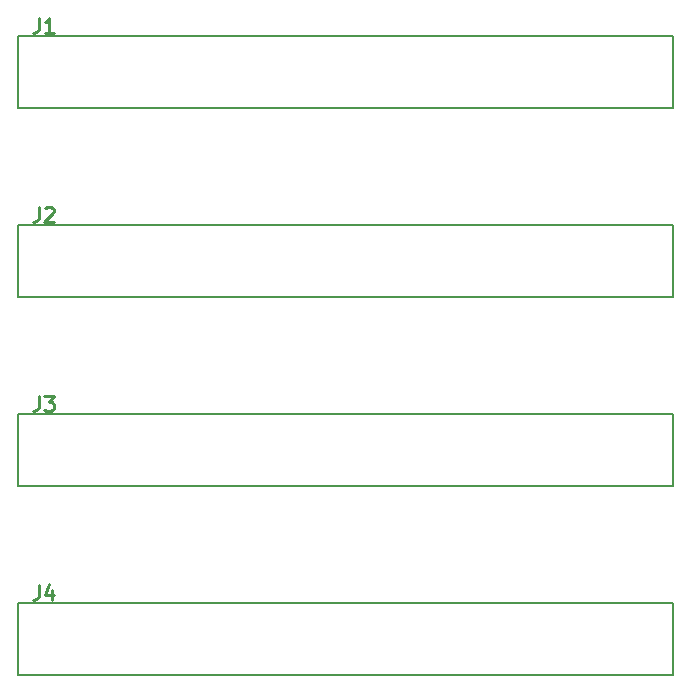
<source format=gbr>
%TF.GenerationSoftware,KiCad,Pcbnew,(5.1.5-0-10_14)*%
%TF.CreationDate,2020-01-28T13:49:23+01:00*%
%TF.ProjectId,multiblade_adapter,6d756c74-6962-46c6-9164-655f61646170,rev?*%
%TF.SameCoordinates,Original*%
%TF.FileFunction,Other,Fab,Top*%
%FSLAX46Y46*%
G04 Gerber Fmt 4.6, Leading zero omitted, Abs format (unit mm)*
G04 Created by KiCad (PCBNEW (5.1.5-0-10_14)) date 2020-01-28 13:49:23*
%MOMM*%
%LPD*%
G04 APERTURE LIST*
%ADD10C,0.200000*%
%ADD11C,0.254000*%
G04 APERTURE END LIST*
D10*
X112710000Y-103000000D02*
X112710000Y-109100000D01*
X57250000Y-103000000D02*
X112710000Y-103000000D01*
X57250000Y-109100000D02*
X57250000Y-103000000D01*
X112710000Y-109100000D02*
X57250000Y-109100000D01*
X112710000Y-119000000D02*
X112710000Y-125100000D01*
X57250000Y-119000000D02*
X112710000Y-119000000D01*
X57250000Y-125100000D02*
X57250000Y-119000000D01*
X112710000Y-125100000D02*
X57250000Y-125100000D01*
X112710000Y-135000000D02*
X112710000Y-141100000D01*
X57250000Y-135000000D02*
X112710000Y-135000000D01*
X57250000Y-141100000D02*
X57250000Y-135000000D01*
X112710000Y-141100000D02*
X57250000Y-141100000D01*
X112710000Y-151000000D02*
X112710000Y-157100000D01*
X57250000Y-151000000D02*
X112710000Y-151000000D01*
X57250000Y-157100000D02*
X57250000Y-151000000D01*
X112710000Y-157100000D02*
X57250000Y-157100000D01*
D11*
X59026666Y-101454523D02*
X59026666Y-102361666D01*
X58966190Y-102543095D01*
X58845238Y-102664047D01*
X58663809Y-102724523D01*
X58542857Y-102724523D01*
X60296666Y-102724523D02*
X59570952Y-102724523D01*
X59933809Y-102724523D02*
X59933809Y-101454523D01*
X59812857Y-101635952D01*
X59691904Y-101756904D01*
X59570952Y-101817380D01*
X59026666Y-117454523D02*
X59026666Y-118361666D01*
X58966190Y-118543095D01*
X58845238Y-118664047D01*
X58663809Y-118724523D01*
X58542857Y-118724523D01*
X59570952Y-117575476D02*
X59631428Y-117515000D01*
X59752380Y-117454523D01*
X60054761Y-117454523D01*
X60175714Y-117515000D01*
X60236190Y-117575476D01*
X60296666Y-117696428D01*
X60296666Y-117817380D01*
X60236190Y-117998809D01*
X59510476Y-118724523D01*
X60296666Y-118724523D01*
X59026666Y-133454523D02*
X59026666Y-134361666D01*
X58966190Y-134543095D01*
X58845238Y-134664047D01*
X58663809Y-134724523D01*
X58542857Y-134724523D01*
X59510476Y-133454523D02*
X60296666Y-133454523D01*
X59873333Y-133938333D01*
X60054761Y-133938333D01*
X60175714Y-133998809D01*
X60236190Y-134059285D01*
X60296666Y-134180238D01*
X60296666Y-134482619D01*
X60236190Y-134603571D01*
X60175714Y-134664047D01*
X60054761Y-134724523D01*
X59691904Y-134724523D01*
X59570952Y-134664047D01*
X59510476Y-134603571D01*
X59026666Y-149454523D02*
X59026666Y-150361666D01*
X58966190Y-150543095D01*
X58845238Y-150664047D01*
X58663809Y-150724523D01*
X58542857Y-150724523D01*
X60175714Y-149877857D02*
X60175714Y-150724523D01*
X59873333Y-149394047D02*
X59570952Y-150301190D01*
X60357142Y-150301190D01*
M02*

</source>
